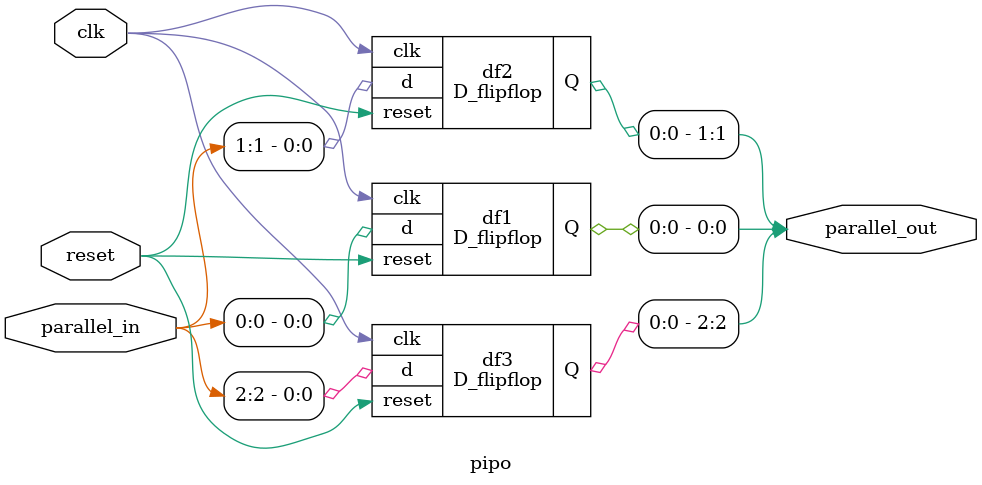
<source format=v>
`timescale 1ns / 1ps

module D_flipflop(
input d, clk , reset ,
output reg Q 
);
always@(posedge clk) begin 
if(reset) Q<= 1'b0 ;
else 
Q<=d ;
 
end

endmodule 

module pipo(
input clk , reset ,
input  [2:0]  parallel_in ,
output  [2:0]  parallel_out
    );
    D_flipflop df1(parallel_in[0], clk ,reset, parallel_out[0]);
    D_flipflop df2(parallel_in[1], clk ,reset, parallel_out[1]);
    D_flipflop df3(parallel_in[2], clk ,reset, parallel_out[2]);
endmodule

</source>
